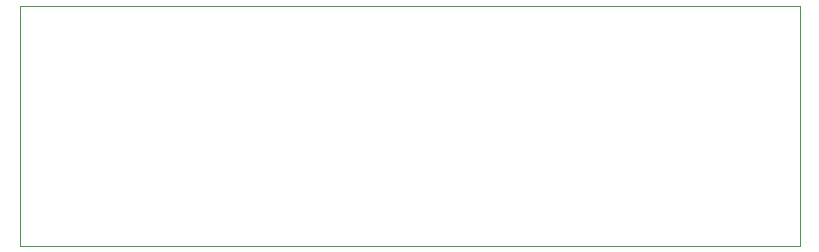
<source format=gbr>
%TF.GenerationSoftware,KiCad,Pcbnew,9.0.6-9.0.6~ubuntu24.04.1*%
%TF.CreationDate,2026-01-17T20:35:02-03:00*%
%TF.ProjectId,cotti_level_shifter,636f7474-695f-46c6-9576-656c5f736869,0.0*%
%TF.SameCoordinates,Original*%
%TF.FileFunction,Profile,NP*%
%FSLAX46Y46*%
G04 Gerber Fmt 4.6, Leading zero omitted, Abs format (unit mm)*
G04 Created by KiCad (PCBNEW 9.0.6-9.0.6~ubuntu24.04.1) date 2026-01-17 20:35:02*
%MOMM*%
%LPD*%
G01*
G04 APERTURE LIST*
%TA.AperFunction,Profile*%
%ADD10C,0.050000*%
%TD*%
G04 APERTURE END LIST*
D10*
X101600000Y-152400000D02*
X167640000Y-152400000D01*
X167640000Y-172720000D01*
X101600000Y-172720000D01*
X101600000Y-152400000D01*
M02*

</source>
